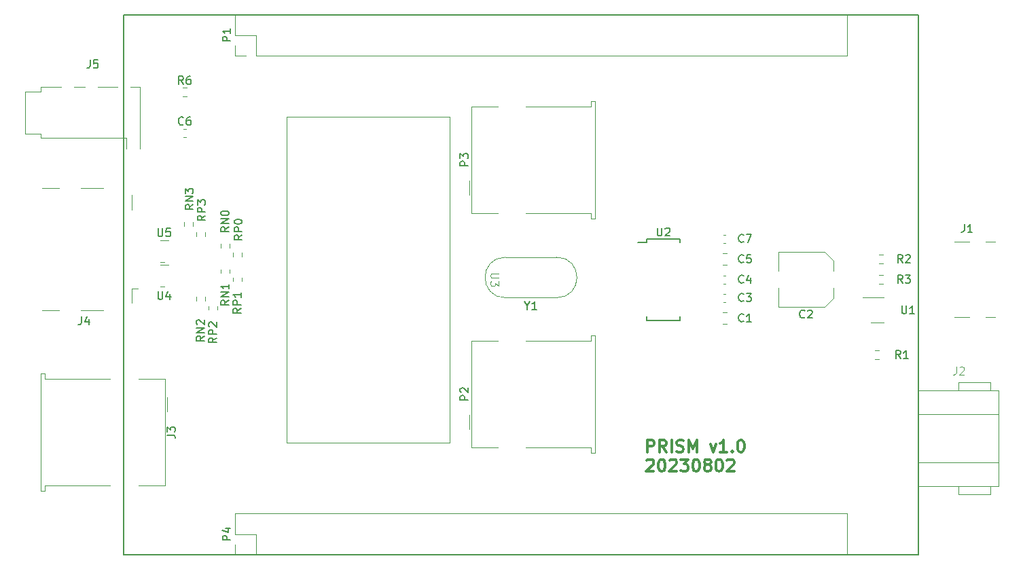
<source format=gbr>
%TF.GenerationSoftware,KiCad,Pcbnew,7.0.6*%
%TF.CreationDate,2023-08-02T21:58:42+08:00*%
%TF.ProjectId,Adapter,41646170-7465-4722-9e6b-696361645f70,rev?*%
%TF.SameCoordinates,Original*%
%TF.FileFunction,Legend,Top*%
%TF.FilePolarity,Positive*%
%FSLAX46Y46*%
G04 Gerber Fmt 4.6, Leading zero omitted, Abs format (unit mm)*
G04 Created by KiCad (PCBNEW 7.0.6) date 2023-08-02 21:58:42*
%MOMM*%
%LPD*%
G01*
G04 APERTURE LIST*
%ADD10C,0.300000*%
%ADD11C,0.200000*%
%ADD12C,0.150000*%
%ADD13C,0.100000*%
%ADD14C,0.120000*%
G04 APERTURE END LIST*
D10*
X166924510Y-130735828D02*
X166924510Y-129235828D01*
X166924510Y-129235828D02*
X167495939Y-129235828D01*
X167495939Y-129235828D02*
X167638796Y-129307257D01*
X167638796Y-129307257D02*
X167710225Y-129378685D01*
X167710225Y-129378685D02*
X167781653Y-129521542D01*
X167781653Y-129521542D02*
X167781653Y-129735828D01*
X167781653Y-129735828D02*
X167710225Y-129878685D01*
X167710225Y-129878685D02*
X167638796Y-129950114D01*
X167638796Y-129950114D02*
X167495939Y-130021542D01*
X167495939Y-130021542D02*
X166924510Y-130021542D01*
X169281653Y-130735828D02*
X168781653Y-130021542D01*
X168424510Y-130735828D02*
X168424510Y-129235828D01*
X168424510Y-129235828D02*
X168995939Y-129235828D01*
X168995939Y-129235828D02*
X169138796Y-129307257D01*
X169138796Y-129307257D02*
X169210225Y-129378685D01*
X169210225Y-129378685D02*
X169281653Y-129521542D01*
X169281653Y-129521542D02*
X169281653Y-129735828D01*
X169281653Y-129735828D02*
X169210225Y-129878685D01*
X169210225Y-129878685D02*
X169138796Y-129950114D01*
X169138796Y-129950114D02*
X168995939Y-130021542D01*
X168995939Y-130021542D02*
X168424510Y-130021542D01*
X169924510Y-130735828D02*
X169924510Y-129235828D01*
X170567368Y-130664400D02*
X170781654Y-130735828D01*
X170781654Y-130735828D02*
X171138796Y-130735828D01*
X171138796Y-130735828D02*
X171281654Y-130664400D01*
X171281654Y-130664400D02*
X171353082Y-130592971D01*
X171353082Y-130592971D02*
X171424511Y-130450114D01*
X171424511Y-130450114D02*
X171424511Y-130307257D01*
X171424511Y-130307257D02*
X171353082Y-130164400D01*
X171353082Y-130164400D02*
X171281654Y-130092971D01*
X171281654Y-130092971D02*
X171138796Y-130021542D01*
X171138796Y-130021542D02*
X170853082Y-129950114D01*
X170853082Y-129950114D02*
X170710225Y-129878685D01*
X170710225Y-129878685D02*
X170638796Y-129807257D01*
X170638796Y-129807257D02*
X170567368Y-129664400D01*
X170567368Y-129664400D02*
X170567368Y-129521542D01*
X170567368Y-129521542D02*
X170638796Y-129378685D01*
X170638796Y-129378685D02*
X170710225Y-129307257D01*
X170710225Y-129307257D02*
X170853082Y-129235828D01*
X170853082Y-129235828D02*
X171210225Y-129235828D01*
X171210225Y-129235828D02*
X171424511Y-129307257D01*
X172067367Y-130735828D02*
X172067367Y-129235828D01*
X172067367Y-129235828D02*
X172567367Y-130307257D01*
X172567367Y-130307257D02*
X173067367Y-129235828D01*
X173067367Y-129235828D02*
X173067367Y-130735828D01*
X174781653Y-129735828D02*
X175138796Y-130735828D01*
X175138796Y-130735828D02*
X175495939Y-129735828D01*
X176853082Y-130735828D02*
X175995939Y-130735828D01*
X176424510Y-130735828D02*
X176424510Y-129235828D01*
X176424510Y-129235828D02*
X176281653Y-129450114D01*
X176281653Y-129450114D02*
X176138796Y-129592971D01*
X176138796Y-129592971D02*
X175995939Y-129664400D01*
X177495938Y-130592971D02*
X177567367Y-130664400D01*
X177567367Y-130664400D02*
X177495938Y-130735828D01*
X177495938Y-130735828D02*
X177424510Y-130664400D01*
X177424510Y-130664400D02*
X177495938Y-130592971D01*
X177495938Y-130592971D02*
X177495938Y-130735828D01*
X178495939Y-129235828D02*
X178638796Y-129235828D01*
X178638796Y-129235828D02*
X178781653Y-129307257D01*
X178781653Y-129307257D02*
X178853082Y-129378685D01*
X178853082Y-129378685D02*
X178924510Y-129521542D01*
X178924510Y-129521542D02*
X178995939Y-129807257D01*
X178995939Y-129807257D02*
X178995939Y-130164400D01*
X178995939Y-130164400D02*
X178924510Y-130450114D01*
X178924510Y-130450114D02*
X178853082Y-130592971D01*
X178853082Y-130592971D02*
X178781653Y-130664400D01*
X178781653Y-130664400D02*
X178638796Y-130735828D01*
X178638796Y-130735828D02*
X178495939Y-130735828D01*
X178495939Y-130735828D02*
X178353082Y-130664400D01*
X178353082Y-130664400D02*
X178281653Y-130592971D01*
X178281653Y-130592971D02*
X178210224Y-130450114D01*
X178210224Y-130450114D02*
X178138796Y-130164400D01*
X178138796Y-130164400D02*
X178138796Y-129807257D01*
X178138796Y-129807257D02*
X178210224Y-129521542D01*
X178210224Y-129521542D02*
X178281653Y-129378685D01*
X178281653Y-129378685D02*
X178353082Y-129307257D01*
X178353082Y-129307257D02*
X178495939Y-129235828D01*
X166853082Y-131793685D02*
X166924510Y-131722257D01*
X166924510Y-131722257D02*
X167067368Y-131650828D01*
X167067368Y-131650828D02*
X167424510Y-131650828D01*
X167424510Y-131650828D02*
X167567368Y-131722257D01*
X167567368Y-131722257D02*
X167638796Y-131793685D01*
X167638796Y-131793685D02*
X167710225Y-131936542D01*
X167710225Y-131936542D02*
X167710225Y-132079400D01*
X167710225Y-132079400D02*
X167638796Y-132293685D01*
X167638796Y-132293685D02*
X166781653Y-133150828D01*
X166781653Y-133150828D02*
X167710225Y-133150828D01*
X168638796Y-131650828D02*
X168781653Y-131650828D01*
X168781653Y-131650828D02*
X168924510Y-131722257D01*
X168924510Y-131722257D02*
X168995939Y-131793685D01*
X168995939Y-131793685D02*
X169067367Y-131936542D01*
X169067367Y-131936542D02*
X169138796Y-132222257D01*
X169138796Y-132222257D02*
X169138796Y-132579400D01*
X169138796Y-132579400D02*
X169067367Y-132865114D01*
X169067367Y-132865114D02*
X168995939Y-133007971D01*
X168995939Y-133007971D02*
X168924510Y-133079400D01*
X168924510Y-133079400D02*
X168781653Y-133150828D01*
X168781653Y-133150828D02*
X168638796Y-133150828D01*
X168638796Y-133150828D02*
X168495939Y-133079400D01*
X168495939Y-133079400D02*
X168424510Y-133007971D01*
X168424510Y-133007971D02*
X168353081Y-132865114D01*
X168353081Y-132865114D02*
X168281653Y-132579400D01*
X168281653Y-132579400D02*
X168281653Y-132222257D01*
X168281653Y-132222257D02*
X168353081Y-131936542D01*
X168353081Y-131936542D02*
X168424510Y-131793685D01*
X168424510Y-131793685D02*
X168495939Y-131722257D01*
X168495939Y-131722257D02*
X168638796Y-131650828D01*
X169710224Y-131793685D02*
X169781652Y-131722257D01*
X169781652Y-131722257D02*
X169924510Y-131650828D01*
X169924510Y-131650828D02*
X170281652Y-131650828D01*
X170281652Y-131650828D02*
X170424510Y-131722257D01*
X170424510Y-131722257D02*
X170495938Y-131793685D01*
X170495938Y-131793685D02*
X170567367Y-131936542D01*
X170567367Y-131936542D02*
X170567367Y-132079400D01*
X170567367Y-132079400D02*
X170495938Y-132293685D01*
X170495938Y-132293685D02*
X169638795Y-133150828D01*
X169638795Y-133150828D02*
X170567367Y-133150828D01*
X171067366Y-131650828D02*
X171995938Y-131650828D01*
X171995938Y-131650828D02*
X171495938Y-132222257D01*
X171495938Y-132222257D02*
X171710223Y-132222257D01*
X171710223Y-132222257D02*
X171853081Y-132293685D01*
X171853081Y-132293685D02*
X171924509Y-132365114D01*
X171924509Y-132365114D02*
X171995938Y-132507971D01*
X171995938Y-132507971D02*
X171995938Y-132865114D01*
X171995938Y-132865114D02*
X171924509Y-133007971D01*
X171924509Y-133007971D02*
X171853081Y-133079400D01*
X171853081Y-133079400D02*
X171710223Y-133150828D01*
X171710223Y-133150828D02*
X171281652Y-133150828D01*
X171281652Y-133150828D02*
X171138795Y-133079400D01*
X171138795Y-133079400D02*
X171067366Y-133007971D01*
X172924509Y-131650828D02*
X173067366Y-131650828D01*
X173067366Y-131650828D02*
X173210223Y-131722257D01*
X173210223Y-131722257D02*
X173281652Y-131793685D01*
X173281652Y-131793685D02*
X173353080Y-131936542D01*
X173353080Y-131936542D02*
X173424509Y-132222257D01*
X173424509Y-132222257D02*
X173424509Y-132579400D01*
X173424509Y-132579400D02*
X173353080Y-132865114D01*
X173353080Y-132865114D02*
X173281652Y-133007971D01*
X173281652Y-133007971D02*
X173210223Y-133079400D01*
X173210223Y-133079400D02*
X173067366Y-133150828D01*
X173067366Y-133150828D02*
X172924509Y-133150828D01*
X172924509Y-133150828D02*
X172781652Y-133079400D01*
X172781652Y-133079400D02*
X172710223Y-133007971D01*
X172710223Y-133007971D02*
X172638794Y-132865114D01*
X172638794Y-132865114D02*
X172567366Y-132579400D01*
X172567366Y-132579400D02*
X172567366Y-132222257D01*
X172567366Y-132222257D02*
X172638794Y-131936542D01*
X172638794Y-131936542D02*
X172710223Y-131793685D01*
X172710223Y-131793685D02*
X172781652Y-131722257D01*
X172781652Y-131722257D02*
X172924509Y-131650828D01*
X174281651Y-132293685D02*
X174138794Y-132222257D01*
X174138794Y-132222257D02*
X174067365Y-132150828D01*
X174067365Y-132150828D02*
X173995937Y-132007971D01*
X173995937Y-132007971D02*
X173995937Y-131936542D01*
X173995937Y-131936542D02*
X174067365Y-131793685D01*
X174067365Y-131793685D02*
X174138794Y-131722257D01*
X174138794Y-131722257D02*
X174281651Y-131650828D01*
X174281651Y-131650828D02*
X174567365Y-131650828D01*
X174567365Y-131650828D02*
X174710223Y-131722257D01*
X174710223Y-131722257D02*
X174781651Y-131793685D01*
X174781651Y-131793685D02*
X174853080Y-131936542D01*
X174853080Y-131936542D02*
X174853080Y-132007971D01*
X174853080Y-132007971D02*
X174781651Y-132150828D01*
X174781651Y-132150828D02*
X174710223Y-132222257D01*
X174710223Y-132222257D02*
X174567365Y-132293685D01*
X174567365Y-132293685D02*
X174281651Y-132293685D01*
X174281651Y-132293685D02*
X174138794Y-132365114D01*
X174138794Y-132365114D02*
X174067365Y-132436542D01*
X174067365Y-132436542D02*
X173995937Y-132579400D01*
X173995937Y-132579400D02*
X173995937Y-132865114D01*
X173995937Y-132865114D02*
X174067365Y-133007971D01*
X174067365Y-133007971D02*
X174138794Y-133079400D01*
X174138794Y-133079400D02*
X174281651Y-133150828D01*
X174281651Y-133150828D02*
X174567365Y-133150828D01*
X174567365Y-133150828D02*
X174710223Y-133079400D01*
X174710223Y-133079400D02*
X174781651Y-133007971D01*
X174781651Y-133007971D02*
X174853080Y-132865114D01*
X174853080Y-132865114D02*
X174853080Y-132579400D01*
X174853080Y-132579400D02*
X174781651Y-132436542D01*
X174781651Y-132436542D02*
X174710223Y-132365114D01*
X174710223Y-132365114D02*
X174567365Y-132293685D01*
X175781651Y-131650828D02*
X175924508Y-131650828D01*
X175924508Y-131650828D02*
X176067365Y-131722257D01*
X176067365Y-131722257D02*
X176138794Y-131793685D01*
X176138794Y-131793685D02*
X176210222Y-131936542D01*
X176210222Y-131936542D02*
X176281651Y-132222257D01*
X176281651Y-132222257D02*
X176281651Y-132579400D01*
X176281651Y-132579400D02*
X176210222Y-132865114D01*
X176210222Y-132865114D02*
X176138794Y-133007971D01*
X176138794Y-133007971D02*
X176067365Y-133079400D01*
X176067365Y-133079400D02*
X175924508Y-133150828D01*
X175924508Y-133150828D02*
X175781651Y-133150828D01*
X175781651Y-133150828D02*
X175638794Y-133079400D01*
X175638794Y-133079400D02*
X175567365Y-133007971D01*
X175567365Y-133007971D02*
X175495936Y-132865114D01*
X175495936Y-132865114D02*
X175424508Y-132579400D01*
X175424508Y-132579400D02*
X175424508Y-132222257D01*
X175424508Y-132222257D02*
X175495936Y-131936542D01*
X175495936Y-131936542D02*
X175567365Y-131793685D01*
X175567365Y-131793685D02*
X175638794Y-131722257D01*
X175638794Y-131722257D02*
X175781651Y-131650828D01*
X176853079Y-131793685D02*
X176924507Y-131722257D01*
X176924507Y-131722257D02*
X177067365Y-131650828D01*
X177067365Y-131650828D02*
X177424507Y-131650828D01*
X177424507Y-131650828D02*
X177567365Y-131722257D01*
X177567365Y-131722257D02*
X177638793Y-131793685D01*
X177638793Y-131793685D02*
X177710222Y-131936542D01*
X177710222Y-131936542D02*
X177710222Y-132079400D01*
X177710222Y-132079400D02*
X177638793Y-132293685D01*
X177638793Y-132293685D02*
X176781650Y-133150828D01*
X176781650Y-133150828D02*
X177710222Y-133150828D01*
D11*
X101600000Y-76200000D02*
X200660000Y-76200000D01*
X200660000Y-143510000D01*
X101600000Y-143510000D01*
X101600000Y-76200000D01*
D12*
X114964819Y-79478094D02*
X113964819Y-79478094D01*
X113964819Y-79478094D02*
X113964819Y-79097142D01*
X113964819Y-79097142D02*
X114012438Y-79001904D01*
X114012438Y-79001904D02*
X114060057Y-78954285D01*
X114060057Y-78954285D02*
X114155295Y-78906666D01*
X114155295Y-78906666D02*
X114298152Y-78906666D01*
X114298152Y-78906666D02*
X114393390Y-78954285D01*
X114393390Y-78954285D02*
X114441009Y-79001904D01*
X114441009Y-79001904D02*
X114488628Y-79097142D01*
X114488628Y-79097142D02*
X114488628Y-79478094D01*
X114964819Y-77954285D02*
X114964819Y-78525713D01*
X114964819Y-78239999D02*
X113964819Y-78239999D01*
X113964819Y-78239999D02*
X114107676Y-78335237D01*
X114107676Y-78335237D02*
X114202914Y-78430475D01*
X114202914Y-78430475D02*
X114250533Y-78525713D01*
X114964819Y-141708094D02*
X113964819Y-141708094D01*
X113964819Y-141708094D02*
X113964819Y-141327142D01*
X113964819Y-141327142D02*
X114012438Y-141231904D01*
X114012438Y-141231904D02*
X114060057Y-141184285D01*
X114060057Y-141184285D02*
X114155295Y-141136666D01*
X114155295Y-141136666D02*
X114298152Y-141136666D01*
X114298152Y-141136666D02*
X114393390Y-141184285D01*
X114393390Y-141184285D02*
X114441009Y-141231904D01*
X114441009Y-141231904D02*
X114488628Y-141327142D01*
X114488628Y-141327142D02*
X114488628Y-141708094D01*
X114298152Y-140279523D02*
X114964819Y-140279523D01*
X113917200Y-140517618D02*
X114631485Y-140755713D01*
X114631485Y-140755713D02*
X114631485Y-140136666D01*
X198715333Y-109674819D02*
X198382000Y-109198628D01*
X198143905Y-109674819D02*
X198143905Y-108674819D01*
X198143905Y-108674819D02*
X198524857Y-108674819D01*
X198524857Y-108674819D02*
X198620095Y-108722438D01*
X198620095Y-108722438D02*
X198667714Y-108770057D01*
X198667714Y-108770057D02*
X198715333Y-108865295D01*
X198715333Y-108865295D02*
X198715333Y-109008152D01*
X198715333Y-109008152D02*
X198667714Y-109103390D01*
X198667714Y-109103390D02*
X198620095Y-109151009D01*
X198620095Y-109151009D02*
X198524857Y-109198628D01*
X198524857Y-109198628D02*
X198143905Y-109198628D01*
X199048667Y-108674819D02*
X199667714Y-108674819D01*
X199667714Y-108674819D02*
X199334381Y-109055771D01*
X199334381Y-109055771D02*
X199477238Y-109055771D01*
X199477238Y-109055771D02*
X199572476Y-109103390D01*
X199572476Y-109103390D02*
X199620095Y-109151009D01*
X199620095Y-109151009D02*
X199667714Y-109246247D01*
X199667714Y-109246247D02*
X199667714Y-109484342D01*
X199667714Y-109484342D02*
X199620095Y-109579580D01*
X199620095Y-109579580D02*
X199572476Y-109627200D01*
X199572476Y-109627200D02*
X199477238Y-109674819D01*
X199477238Y-109674819D02*
X199191524Y-109674819D01*
X199191524Y-109674819D02*
X199096286Y-109627200D01*
X199096286Y-109627200D02*
X199048667Y-109579580D01*
X206422666Y-102324819D02*
X206422666Y-103039104D01*
X206422666Y-103039104D02*
X206375047Y-103181961D01*
X206375047Y-103181961D02*
X206279809Y-103277200D01*
X206279809Y-103277200D02*
X206136952Y-103324819D01*
X206136952Y-103324819D02*
X206041714Y-103324819D01*
X207422666Y-103324819D02*
X206851238Y-103324819D01*
X207136952Y-103324819D02*
X207136952Y-102324819D01*
X207136952Y-102324819D02*
X207041714Y-102467676D01*
X207041714Y-102467676D02*
X206946476Y-102562914D01*
X206946476Y-102562914D02*
X206851238Y-102610533D01*
X186523333Y-113929580D02*
X186475714Y-113977200D01*
X186475714Y-113977200D02*
X186332857Y-114024819D01*
X186332857Y-114024819D02*
X186237619Y-114024819D01*
X186237619Y-114024819D02*
X186094762Y-113977200D01*
X186094762Y-113977200D02*
X185999524Y-113881961D01*
X185999524Y-113881961D02*
X185951905Y-113786723D01*
X185951905Y-113786723D02*
X185904286Y-113596247D01*
X185904286Y-113596247D02*
X185904286Y-113453390D01*
X185904286Y-113453390D02*
X185951905Y-113262914D01*
X185951905Y-113262914D02*
X185999524Y-113167676D01*
X185999524Y-113167676D02*
X186094762Y-113072438D01*
X186094762Y-113072438D02*
X186237619Y-113024819D01*
X186237619Y-113024819D02*
X186332857Y-113024819D01*
X186332857Y-113024819D02*
X186475714Y-113072438D01*
X186475714Y-113072438D02*
X186523333Y-113120057D01*
X186904286Y-113120057D02*
X186951905Y-113072438D01*
X186951905Y-113072438D02*
X187047143Y-113024819D01*
X187047143Y-113024819D02*
X187285238Y-113024819D01*
X187285238Y-113024819D02*
X187380476Y-113072438D01*
X187380476Y-113072438D02*
X187428095Y-113120057D01*
X187428095Y-113120057D02*
X187475714Y-113215295D01*
X187475714Y-113215295D02*
X187475714Y-113310533D01*
X187475714Y-113310533D02*
X187428095Y-113453390D01*
X187428095Y-113453390D02*
X186856667Y-114024819D01*
X186856667Y-114024819D02*
X187475714Y-114024819D01*
X111833819Y-101250666D02*
X111357628Y-101583999D01*
X111833819Y-101822094D02*
X110833819Y-101822094D01*
X110833819Y-101822094D02*
X110833819Y-101441142D01*
X110833819Y-101441142D02*
X110881438Y-101345904D01*
X110881438Y-101345904D02*
X110929057Y-101298285D01*
X110929057Y-101298285D02*
X111024295Y-101250666D01*
X111024295Y-101250666D02*
X111167152Y-101250666D01*
X111167152Y-101250666D02*
X111262390Y-101298285D01*
X111262390Y-101298285D02*
X111310009Y-101345904D01*
X111310009Y-101345904D02*
X111357628Y-101441142D01*
X111357628Y-101441142D02*
X111357628Y-101822094D01*
X111833819Y-100822094D02*
X110833819Y-100822094D01*
X110833819Y-100822094D02*
X110833819Y-100441142D01*
X110833819Y-100441142D02*
X110881438Y-100345904D01*
X110881438Y-100345904D02*
X110929057Y-100298285D01*
X110929057Y-100298285D02*
X111024295Y-100250666D01*
X111024295Y-100250666D02*
X111167152Y-100250666D01*
X111167152Y-100250666D02*
X111262390Y-100298285D01*
X111262390Y-100298285D02*
X111310009Y-100345904D01*
X111310009Y-100345904D02*
X111357628Y-100441142D01*
X111357628Y-100441142D02*
X111357628Y-100822094D01*
X110833819Y-99917332D02*
X110833819Y-99298285D01*
X110833819Y-99298285D02*
X111214771Y-99631618D01*
X111214771Y-99631618D02*
X111214771Y-99488761D01*
X111214771Y-99488761D02*
X111262390Y-99393523D01*
X111262390Y-99393523D02*
X111310009Y-99345904D01*
X111310009Y-99345904D02*
X111405247Y-99298285D01*
X111405247Y-99298285D02*
X111643342Y-99298285D01*
X111643342Y-99298285D02*
X111738580Y-99345904D01*
X111738580Y-99345904D02*
X111786200Y-99393523D01*
X111786200Y-99393523D02*
X111833819Y-99488761D01*
X111833819Y-99488761D02*
X111833819Y-99774475D01*
X111833819Y-99774475D02*
X111786200Y-99869713D01*
X111786200Y-99869713D02*
X111738580Y-99917332D01*
X105918095Y-110706819D02*
X105918095Y-111516342D01*
X105918095Y-111516342D02*
X105965714Y-111611580D01*
X105965714Y-111611580D02*
X106013333Y-111659200D01*
X106013333Y-111659200D02*
X106108571Y-111706819D01*
X106108571Y-111706819D02*
X106299047Y-111706819D01*
X106299047Y-111706819D02*
X106394285Y-111659200D01*
X106394285Y-111659200D02*
X106441904Y-111611580D01*
X106441904Y-111611580D02*
X106489523Y-111516342D01*
X106489523Y-111516342D02*
X106489523Y-110706819D01*
X107394285Y-111040152D02*
X107394285Y-111706819D01*
X107156190Y-110659200D02*
X106918095Y-111373485D01*
X106918095Y-111373485D02*
X107537142Y-111373485D01*
X107064819Y-128603333D02*
X107779104Y-128603333D01*
X107779104Y-128603333D02*
X107921961Y-128650952D01*
X107921961Y-128650952D02*
X108017200Y-128746190D01*
X108017200Y-128746190D02*
X108064819Y-128889047D01*
X108064819Y-128889047D02*
X108064819Y-128984285D01*
X107064819Y-128222380D02*
X107064819Y-127603333D01*
X107064819Y-127603333D02*
X107445771Y-127936666D01*
X107445771Y-127936666D02*
X107445771Y-127793809D01*
X107445771Y-127793809D02*
X107493390Y-127698571D01*
X107493390Y-127698571D02*
X107541009Y-127650952D01*
X107541009Y-127650952D02*
X107636247Y-127603333D01*
X107636247Y-127603333D02*
X107874342Y-127603333D01*
X107874342Y-127603333D02*
X107969580Y-127650952D01*
X107969580Y-127650952D02*
X108017200Y-127698571D01*
X108017200Y-127698571D02*
X108064819Y-127793809D01*
X108064819Y-127793809D02*
X108064819Y-128079523D01*
X108064819Y-128079523D02*
X108017200Y-128174761D01*
X108017200Y-128174761D02*
X107969580Y-128222380D01*
X198461333Y-119072819D02*
X198128000Y-118596628D01*
X197889905Y-119072819D02*
X197889905Y-118072819D01*
X197889905Y-118072819D02*
X198270857Y-118072819D01*
X198270857Y-118072819D02*
X198366095Y-118120438D01*
X198366095Y-118120438D02*
X198413714Y-118168057D01*
X198413714Y-118168057D02*
X198461333Y-118263295D01*
X198461333Y-118263295D02*
X198461333Y-118406152D01*
X198461333Y-118406152D02*
X198413714Y-118501390D01*
X198413714Y-118501390D02*
X198366095Y-118549009D01*
X198366095Y-118549009D02*
X198270857Y-118596628D01*
X198270857Y-118596628D02*
X197889905Y-118596628D01*
X199413714Y-119072819D02*
X198842286Y-119072819D01*
X199128000Y-119072819D02*
X199128000Y-118072819D01*
X199128000Y-118072819D02*
X199032762Y-118215676D01*
X199032762Y-118215676D02*
X198937524Y-118310914D01*
X198937524Y-118310914D02*
X198842286Y-118358533D01*
D13*
X148362580Y-108458095D02*
X147553057Y-108458095D01*
X147553057Y-108458095D02*
X147457819Y-108505714D01*
X147457819Y-108505714D02*
X147410200Y-108553333D01*
X147410200Y-108553333D02*
X147362580Y-108648571D01*
X147362580Y-108648571D02*
X147362580Y-108839047D01*
X147362580Y-108839047D02*
X147410200Y-108934285D01*
X147410200Y-108934285D02*
X147457819Y-108981904D01*
X147457819Y-108981904D02*
X147553057Y-109029523D01*
X147553057Y-109029523D02*
X148362580Y-109029523D01*
X148362580Y-109410476D02*
X148362580Y-110029523D01*
X148362580Y-110029523D02*
X147981628Y-109696190D01*
X147981628Y-109696190D02*
X147981628Y-109839047D01*
X147981628Y-109839047D02*
X147934009Y-109934285D01*
X147934009Y-109934285D02*
X147886390Y-109981904D01*
X147886390Y-109981904D02*
X147791152Y-110029523D01*
X147791152Y-110029523D02*
X147553057Y-110029523D01*
X147553057Y-110029523D02*
X147457819Y-109981904D01*
X147457819Y-109981904D02*
X147410200Y-109934285D01*
X147410200Y-109934285D02*
X147362580Y-109839047D01*
X147362580Y-109839047D02*
X147362580Y-109553333D01*
X147362580Y-109553333D02*
X147410200Y-109458095D01*
X147410200Y-109458095D02*
X147457819Y-109410476D01*
D12*
X114754819Y-102671476D02*
X114278628Y-103004809D01*
X114754819Y-103242904D02*
X113754819Y-103242904D01*
X113754819Y-103242904D02*
X113754819Y-102861952D01*
X113754819Y-102861952D02*
X113802438Y-102766714D01*
X113802438Y-102766714D02*
X113850057Y-102719095D01*
X113850057Y-102719095D02*
X113945295Y-102671476D01*
X113945295Y-102671476D02*
X114088152Y-102671476D01*
X114088152Y-102671476D02*
X114183390Y-102719095D01*
X114183390Y-102719095D02*
X114231009Y-102766714D01*
X114231009Y-102766714D02*
X114278628Y-102861952D01*
X114278628Y-102861952D02*
X114278628Y-103242904D01*
X114754819Y-102242904D02*
X113754819Y-102242904D01*
X113754819Y-102242904D02*
X114754819Y-101671476D01*
X114754819Y-101671476D02*
X113754819Y-101671476D01*
X113754819Y-101004809D02*
X113754819Y-100909571D01*
X113754819Y-100909571D02*
X113802438Y-100814333D01*
X113802438Y-100814333D02*
X113850057Y-100766714D01*
X113850057Y-100766714D02*
X113945295Y-100719095D01*
X113945295Y-100719095D02*
X114135771Y-100671476D01*
X114135771Y-100671476D02*
X114373866Y-100671476D01*
X114373866Y-100671476D02*
X114564342Y-100719095D01*
X114564342Y-100719095D02*
X114659580Y-100766714D01*
X114659580Y-100766714D02*
X114707200Y-100814333D01*
X114707200Y-100814333D02*
X114754819Y-100909571D01*
X114754819Y-100909571D02*
X114754819Y-101004809D01*
X114754819Y-101004809D02*
X114707200Y-101100047D01*
X114707200Y-101100047D02*
X114659580Y-101147666D01*
X114659580Y-101147666D02*
X114564342Y-101195285D01*
X114564342Y-101195285D02*
X114373866Y-101242904D01*
X114373866Y-101242904D02*
X114135771Y-101242904D01*
X114135771Y-101242904D02*
X113945295Y-101195285D01*
X113945295Y-101195285D02*
X113850057Y-101147666D01*
X113850057Y-101147666D02*
X113802438Y-101100047D01*
X113802438Y-101100047D02*
X113754819Y-101004809D01*
X113230819Y-116490666D02*
X112754628Y-116823999D01*
X113230819Y-117062094D02*
X112230819Y-117062094D01*
X112230819Y-117062094D02*
X112230819Y-116681142D01*
X112230819Y-116681142D02*
X112278438Y-116585904D01*
X112278438Y-116585904D02*
X112326057Y-116538285D01*
X112326057Y-116538285D02*
X112421295Y-116490666D01*
X112421295Y-116490666D02*
X112564152Y-116490666D01*
X112564152Y-116490666D02*
X112659390Y-116538285D01*
X112659390Y-116538285D02*
X112707009Y-116585904D01*
X112707009Y-116585904D02*
X112754628Y-116681142D01*
X112754628Y-116681142D02*
X112754628Y-117062094D01*
X113230819Y-116062094D02*
X112230819Y-116062094D01*
X112230819Y-116062094D02*
X112230819Y-115681142D01*
X112230819Y-115681142D02*
X112278438Y-115585904D01*
X112278438Y-115585904D02*
X112326057Y-115538285D01*
X112326057Y-115538285D02*
X112421295Y-115490666D01*
X112421295Y-115490666D02*
X112564152Y-115490666D01*
X112564152Y-115490666D02*
X112659390Y-115538285D01*
X112659390Y-115538285D02*
X112707009Y-115585904D01*
X112707009Y-115585904D02*
X112754628Y-115681142D01*
X112754628Y-115681142D02*
X112754628Y-116062094D01*
X112326057Y-115109713D02*
X112278438Y-115062094D01*
X112278438Y-115062094D02*
X112230819Y-114966856D01*
X112230819Y-114966856D02*
X112230819Y-114728761D01*
X112230819Y-114728761D02*
X112278438Y-114633523D01*
X112278438Y-114633523D02*
X112326057Y-114585904D01*
X112326057Y-114585904D02*
X112421295Y-114538285D01*
X112421295Y-114538285D02*
X112516533Y-114538285D01*
X112516533Y-114538285D02*
X112659390Y-114585904D01*
X112659390Y-114585904D02*
X113230819Y-115157332D01*
X113230819Y-115157332D02*
X113230819Y-114538285D01*
X178903333Y-107039580D02*
X178855714Y-107087200D01*
X178855714Y-107087200D02*
X178712857Y-107134819D01*
X178712857Y-107134819D02*
X178617619Y-107134819D01*
X178617619Y-107134819D02*
X178474762Y-107087200D01*
X178474762Y-107087200D02*
X178379524Y-106991961D01*
X178379524Y-106991961D02*
X178331905Y-106896723D01*
X178331905Y-106896723D02*
X178284286Y-106706247D01*
X178284286Y-106706247D02*
X178284286Y-106563390D01*
X178284286Y-106563390D02*
X178331905Y-106372914D01*
X178331905Y-106372914D02*
X178379524Y-106277676D01*
X178379524Y-106277676D02*
X178474762Y-106182438D01*
X178474762Y-106182438D02*
X178617619Y-106134819D01*
X178617619Y-106134819D02*
X178712857Y-106134819D01*
X178712857Y-106134819D02*
X178855714Y-106182438D01*
X178855714Y-106182438D02*
X178903333Y-106230057D01*
X179808095Y-106134819D02*
X179331905Y-106134819D01*
X179331905Y-106134819D02*
X179284286Y-106611009D01*
X179284286Y-106611009D02*
X179331905Y-106563390D01*
X179331905Y-106563390D02*
X179427143Y-106515771D01*
X179427143Y-106515771D02*
X179665238Y-106515771D01*
X179665238Y-106515771D02*
X179760476Y-106563390D01*
X179760476Y-106563390D02*
X179808095Y-106611009D01*
X179808095Y-106611009D02*
X179855714Y-106706247D01*
X179855714Y-106706247D02*
X179855714Y-106944342D01*
X179855714Y-106944342D02*
X179808095Y-107039580D01*
X179808095Y-107039580D02*
X179760476Y-107087200D01*
X179760476Y-107087200D02*
X179665238Y-107134819D01*
X179665238Y-107134819D02*
X179427143Y-107134819D01*
X179427143Y-107134819D02*
X179331905Y-107087200D01*
X179331905Y-107087200D02*
X179284286Y-107039580D01*
X151933809Y-112469628D02*
X151933809Y-112945819D01*
X151600476Y-111945819D02*
X151933809Y-112469628D01*
X151933809Y-112469628D02*
X152267142Y-111945819D01*
X153124285Y-112945819D02*
X152552857Y-112945819D01*
X152838571Y-112945819D02*
X152838571Y-111945819D01*
X152838571Y-111945819D02*
X152743333Y-112088676D01*
X152743333Y-112088676D02*
X152648095Y-112183914D01*
X152648095Y-112183914D02*
X152552857Y-112231533D01*
X109083333Y-89861580D02*
X109035714Y-89909200D01*
X109035714Y-89909200D02*
X108892857Y-89956819D01*
X108892857Y-89956819D02*
X108797619Y-89956819D01*
X108797619Y-89956819D02*
X108654762Y-89909200D01*
X108654762Y-89909200D02*
X108559524Y-89813961D01*
X108559524Y-89813961D02*
X108511905Y-89718723D01*
X108511905Y-89718723D02*
X108464286Y-89528247D01*
X108464286Y-89528247D02*
X108464286Y-89385390D01*
X108464286Y-89385390D02*
X108511905Y-89194914D01*
X108511905Y-89194914D02*
X108559524Y-89099676D01*
X108559524Y-89099676D02*
X108654762Y-89004438D01*
X108654762Y-89004438D02*
X108797619Y-88956819D01*
X108797619Y-88956819D02*
X108892857Y-88956819D01*
X108892857Y-88956819D02*
X109035714Y-89004438D01*
X109035714Y-89004438D02*
X109083333Y-89052057D01*
X109940476Y-88956819D02*
X109750000Y-88956819D01*
X109750000Y-88956819D02*
X109654762Y-89004438D01*
X109654762Y-89004438D02*
X109607143Y-89052057D01*
X109607143Y-89052057D02*
X109511905Y-89194914D01*
X109511905Y-89194914D02*
X109464286Y-89385390D01*
X109464286Y-89385390D02*
X109464286Y-89766342D01*
X109464286Y-89766342D02*
X109511905Y-89861580D01*
X109511905Y-89861580D02*
X109559524Y-89909200D01*
X109559524Y-89909200D02*
X109654762Y-89956819D01*
X109654762Y-89956819D02*
X109845238Y-89956819D01*
X109845238Y-89956819D02*
X109940476Y-89909200D01*
X109940476Y-89909200D02*
X109988095Y-89861580D01*
X109988095Y-89861580D02*
X110035714Y-89766342D01*
X110035714Y-89766342D02*
X110035714Y-89528247D01*
X110035714Y-89528247D02*
X109988095Y-89433009D01*
X109988095Y-89433009D02*
X109940476Y-89385390D01*
X109940476Y-89385390D02*
X109845238Y-89337771D01*
X109845238Y-89337771D02*
X109654762Y-89337771D01*
X109654762Y-89337771D02*
X109559524Y-89385390D01*
X109559524Y-89385390D02*
X109511905Y-89433009D01*
X109511905Y-89433009D02*
X109464286Y-89528247D01*
X178903333Y-114405580D02*
X178855714Y-114453200D01*
X178855714Y-114453200D02*
X178712857Y-114500819D01*
X178712857Y-114500819D02*
X178617619Y-114500819D01*
X178617619Y-114500819D02*
X178474762Y-114453200D01*
X178474762Y-114453200D02*
X178379524Y-114357961D01*
X178379524Y-114357961D02*
X178331905Y-114262723D01*
X178331905Y-114262723D02*
X178284286Y-114072247D01*
X178284286Y-114072247D02*
X178284286Y-113929390D01*
X178284286Y-113929390D02*
X178331905Y-113738914D01*
X178331905Y-113738914D02*
X178379524Y-113643676D01*
X178379524Y-113643676D02*
X178474762Y-113548438D01*
X178474762Y-113548438D02*
X178617619Y-113500819D01*
X178617619Y-113500819D02*
X178712857Y-113500819D01*
X178712857Y-113500819D02*
X178855714Y-113548438D01*
X178855714Y-113548438D02*
X178903333Y-113596057D01*
X179855714Y-114500819D02*
X179284286Y-114500819D01*
X179570000Y-114500819D02*
X179570000Y-113500819D01*
X179570000Y-113500819D02*
X179474762Y-113643676D01*
X179474762Y-113643676D02*
X179379524Y-113738914D01*
X179379524Y-113738914D02*
X179284286Y-113786533D01*
D13*
X205406666Y-120107419D02*
X205406666Y-120821704D01*
X205406666Y-120821704D02*
X205359047Y-120964561D01*
X205359047Y-120964561D02*
X205263809Y-121059800D01*
X205263809Y-121059800D02*
X205120952Y-121107419D01*
X205120952Y-121107419D02*
X205025714Y-121107419D01*
X205835238Y-120202657D02*
X205882857Y-120155038D01*
X205882857Y-120155038D02*
X205978095Y-120107419D01*
X205978095Y-120107419D02*
X206216190Y-120107419D01*
X206216190Y-120107419D02*
X206311428Y-120155038D01*
X206311428Y-120155038D02*
X206359047Y-120202657D01*
X206359047Y-120202657D02*
X206406666Y-120297895D01*
X206406666Y-120297895D02*
X206406666Y-120393133D01*
X206406666Y-120393133D02*
X206359047Y-120535990D01*
X206359047Y-120535990D02*
X205787619Y-121107419D01*
X205787619Y-121107419D02*
X206406666Y-121107419D01*
D12*
X116278819Y-112807666D02*
X115802628Y-113140999D01*
X116278819Y-113379094D02*
X115278819Y-113379094D01*
X115278819Y-113379094D02*
X115278819Y-112998142D01*
X115278819Y-112998142D02*
X115326438Y-112902904D01*
X115326438Y-112902904D02*
X115374057Y-112855285D01*
X115374057Y-112855285D02*
X115469295Y-112807666D01*
X115469295Y-112807666D02*
X115612152Y-112807666D01*
X115612152Y-112807666D02*
X115707390Y-112855285D01*
X115707390Y-112855285D02*
X115755009Y-112902904D01*
X115755009Y-112902904D02*
X115802628Y-112998142D01*
X115802628Y-112998142D02*
X115802628Y-113379094D01*
X116278819Y-112379094D02*
X115278819Y-112379094D01*
X115278819Y-112379094D02*
X115278819Y-111998142D01*
X115278819Y-111998142D02*
X115326438Y-111902904D01*
X115326438Y-111902904D02*
X115374057Y-111855285D01*
X115374057Y-111855285D02*
X115469295Y-111807666D01*
X115469295Y-111807666D02*
X115612152Y-111807666D01*
X115612152Y-111807666D02*
X115707390Y-111855285D01*
X115707390Y-111855285D02*
X115755009Y-111902904D01*
X115755009Y-111902904D02*
X115802628Y-111998142D01*
X115802628Y-111998142D02*
X115802628Y-112379094D01*
X116278819Y-110855285D02*
X116278819Y-111426713D01*
X116278819Y-111140999D02*
X115278819Y-111140999D01*
X115278819Y-111140999D02*
X115421676Y-111236237D01*
X115421676Y-111236237D02*
X115516914Y-111331475D01*
X115516914Y-111331475D02*
X115564533Y-111426713D01*
X178903333Y-109579580D02*
X178855714Y-109627200D01*
X178855714Y-109627200D02*
X178712857Y-109674819D01*
X178712857Y-109674819D02*
X178617619Y-109674819D01*
X178617619Y-109674819D02*
X178474762Y-109627200D01*
X178474762Y-109627200D02*
X178379524Y-109531961D01*
X178379524Y-109531961D02*
X178331905Y-109436723D01*
X178331905Y-109436723D02*
X178284286Y-109246247D01*
X178284286Y-109246247D02*
X178284286Y-109103390D01*
X178284286Y-109103390D02*
X178331905Y-108912914D01*
X178331905Y-108912914D02*
X178379524Y-108817676D01*
X178379524Y-108817676D02*
X178474762Y-108722438D01*
X178474762Y-108722438D02*
X178617619Y-108674819D01*
X178617619Y-108674819D02*
X178712857Y-108674819D01*
X178712857Y-108674819D02*
X178855714Y-108722438D01*
X178855714Y-108722438D02*
X178903333Y-108770057D01*
X179760476Y-109008152D02*
X179760476Y-109674819D01*
X179522381Y-108627200D02*
X179284286Y-109341485D01*
X179284286Y-109341485D02*
X179903333Y-109341485D01*
X110309819Y-99877476D02*
X109833628Y-100210809D01*
X110309819Y-100448904D02*
X109309819Y-100448904D01*
X109309819Y-100448904D02*
X109309819Y-100067952D01*
X109309819Y-100067952D02*
X109357438Y-99972714D01*
X109357438Y-99972714D02*
X109405057Y-99925095D01*
X109405057Y-99925095D02*
X109500295Y-99877476D01*
X109500295Y-99877476D02*
X109643152Y-99877476D01*
X109643152Y-99877476D02*
X109738390Y-99925095D01*
X109738390Y-99925095D02*
X109786009Y-99972714D01*
X109786009Y-99972714D02*
X109833628Y-100067952D01*
X109833628Y-100067952D02*
X109833628Y-100448904D01*
X110309819Y-99448904D02*
X109309819Y-99448904D01*
X109309819Y-99448904D02*
X110309819Y-98877476D01*
X110309819Y-98877476D02*
X109309819Y-98877476D01*
X109309819Y-98496523D02*
X109309819Y-97877476D01*
X109309819Y-97877476D02*
X109690771Y-98210809D01*
X109690771Y-98210809D02*
X109690771Y-98067952D01*
X109690771Y-98067952D02*
X109738390Y-97972714D01*
X109738390Y-97972714D02*
X109786009Y-97925095D01*
X109786009Y-97925095D02*
X109881247Y-97877476D01*
X109881247Y-97877476D02*
X110119342Y-97877476D01*
X110119342Y-97877476D02*
X110214580Y-97925095D01*
X110214580Y-97925095D02*
X110262200Y-97972714D01*
X110262200Y-97972714D02*
X110309819Y-98067952D01*
X110309819Y-98067952D02*
X110309819Y-98353666D01*
X110309819Y-98353666D02*
X110262200Y-98448904D01*
X110262200Y-98448904D02*
X110214580Y-98496523D01*
X111706819Y-116260476D02*
X111230628Y-116593809D01*
X111706819Y-116831904D02*
X110706819Y-116831904D01*
X110706819Y-116831904D02*
X110706819Y-116450952D01*
X110706819Y-116450952D02*
X110754438Y-116355714D01*
X110754438Y-116355714D02*
X110802057Y-116308095D01*
X110802057Y-116308095D02*
X110897295Y-116260476D01*
X110897295Y-116260476D02*
X111040152Y-116260476D01*
X111040152Y-116260476D02*
X111135390Y-116308095D01*
X111135390Y-116308095D02*
X111183009Y-116355714D01*
X111183009Y-116355714D02*
X111230628Y-116450952D01*
X111230628Y-116450952D02*
X111230628Y-116831904D01*
X111706819Y-115831904D02*
X110706819Y-115831904D01*
X110706819Y-115831904D02*
X111706819Y-115260476D01*
X111706819Y-115260476D02*
X110706819Y-115260476D01*
X110802057Y-114831904D02*
X110754438Y-114784285D01*
X110754438Y-114784285D02*
X110706819Y-114689047D01*
X110706819Y-114689047D02*
X110706819Y-114450952D01*
X110706819Y-114450952D02*
X110754438Y-114355714D01*
X110754438Y-114355714D02*
X110802057Y-114308095D01*
X110802057Y-114308095D02*
X110897295Y-114260476D01*
X110897295Y-114260476D02*
X110992533Y-114260476D01*
X110992533Y-114260476D02*
X111135390Y-114308095D01*
X111135390Y-114308095D02*
X111706819Y-114879523D01*
X111706819Y-114879523D02*
X111706819Y-114260476D01*
X178903333Y-104499580D02*
X178855714Y-104547200D01*
X178855714Y-104547200D02*
X178712857Y-104594819D01*
X178712857Y-104594819D02*
X178617619Y-104594819D01*
X178617619Y-104594819D02*
X178474762Y-104547200D01*
X178474762Y-104547200D02*
X178379524Y-104451961D01*
X178379524Y-104451961D02*
X178331905Y-104356723D01*
X178331905Y-104356723D02*
X178284286Y-104166247D01*
X178284286Y-104166247D02*
X178284286Y-104023390D01*
X178284286Y-104023390D02*
X178331905Y-103832914D01*
X178331905Y-103832914D02*
X178379524Y-103737676D01*
X178379524Y-103737676D02*
X178474762Y-103642438D01*
X178474762Y-103642438D02*
X178617619Y-103594819D01*
X178617619Y-103594819D02*
X178712857Y-103594819D01*
X178712857Y-103594819D02*
X178855714Y-103642438D01*
X178855714Y-103642438D02*
X178903333Y-103690057D01*
X179236667Y-103594819D02*
X179903333Y-103594819D01*
X179903333Y-103594819D02*
X179474762Y-104594819D01*
X198628095Y-112484819D02*
X198628095Y-113294342D01*
X198628095Y-113294342D02*
X198675714Y-113389580D01*
X198675714Y-113389580D02*
X198723333Y-113437200D01*
X198723333Y-113437200D02*
X198818571Y-113484819D01*
X198818571Y-113484819D02*
X199009047Y-113484819D01*
X199009047Y-113484819D02*
X199104285Y-113437200D01*
X199104285Y-113437200D02*
X199151904Y-113389580D01*
X199151904Y-113389580D02*
X199199523Y-113294342D01*
X199199523Y-113294342D02*
X199199523Y-112484819D01*
X200199523Y-113484819D02*
X199628095Y-113484819D01*
X199913809Y-113484819D02*
X199913809Y-112484819D01*
X199913809Y-112484819D02*
X199818571Y-112627676D01*
X199818571Y-112627676D02*
X199723333Y-112722914D01*
X199723333Y-112722914D02*
X199628095Y-112770533D01*
X96376666Y-113864819D02*
X96376666Y-114579104D01*
X96376666Y-114579104D02*
X96329047Y-114721961D01*
X96329047Y-114721961D02*
X96233809Y-114817200D01*
X96233809Y-114817200D02*
X96090952Y-114864819D01*
X96090952Y-114864819D02*
X95995714Y-114864819D01*
X97281428Y-114198152D02*
X97281428Y-114864819D01*
X97043333Y-113817200D02*
X96805238Y-114531485D01*
X96805238Y-114531485D02*
X97424285Y-114531485D01*
X114754819Y-111815476D02*
X114278628Y-112148809D01*
X114754819Y-112386904D02*
X113754819Y-112386904D01*
X113754819Y-112386904D02*
X113754819Y-112005952D01*
X113754819Y-112005952D02*
X113802438Y-111910714D01*
X113802438Y-111910714D02*
X113850057Y-111863095D01*
X113850057Y-111863095D02*
X113945295Y-111815476D01*
X113945295Y-111815476D02*
X114088152Y-111815476D01*
X114088152Y-111815476D02*
X114183390Y-111863095D01*
X114183390Y-111863095D02*
X114231009Y-111910714D01*
X114231009Y-111910714D02*
X114278628Y-112005952D01*
X114278628Y-112005952D02*
X114278628Y-112386904D01*
X114754819Y-111386904D02*
X113754819Y-111386904D01*
X113754819Y-111386904D02*
X114754819Y-110815476D01*
X114754819Y-110815476D02*
X113754819Y-110815476D01*
X114754819Y-109815476D02*
X114754819Y-110386904D01*
X114754819Y-110101190D02*
X113754819Y-110101190D01*
X113754819Y-110101190D02*
X113897676Y-110196428D01*
X113897676Y-110196428D02*
X113992914Y-110291666D01*
X113992914Y-110291666D02*
X114040533Y-110386904D01*
X198715333Y-107134819D02*
X198382000Y-106658628D01*
X198143905Y-107134819D02*
X198143905Y-106134819D01*
X198143905Y-106134819D02*
X198524857Y-106134819D01*
X198524857Y-106134819D02*
X198620095Y-106182438D01*
X198620095Y-106182438D02*
X198667714Y-106230057D01*
X198667714Y-106230057D02*
X198715333Y-106325295D01*
X198715333Y-106325295D02*
X198715333Y-106468152D01*
X198715333Y-106468152D02*
X198667714Y-106563390D01*
X198667714Y-106563390D02*
X198620095Y-106611009D01*
X198620095Y-106611009D02*
X198524857Y-106658628D01*
X198524857Y-106658628D02*
X198143905Y-106658628D01*
X199096286Y-106230057D02*
X199143905Y-106182438D01*
X199143905Y-106182438D02*
X199239143Y-106134819D01*
X199239143Y-106134819D02*
X199477238Y-106134819D01*
X199477238Y-106134819D02*
X199572476Y-106182438D01*
X199572476Y-106182438D02*
X199620095Y-106230057D01*
X199620095Y-106230057D02*
X199667714Y-106325295D01*
X199667714Y-106325295D02*
X199667714Y-106420533D01*
X199667714Y-106420533D02*
X199620095Y-106563390D01*
X199620095Y-106563390D02*
X199048667Y-107134819D01*
X199048667Y-107134819D02*
X199667714Y-107134819D01*
X109083333Y-84876819D02*
X108750000Y-84400628D01*
X108511905Y-84876819D02*
X108511905Y-83876819D01*
X108511905Y-83876819D02*
X108892857Y-83876819D01*
X108892857Y-83876819D02*
X108988095Y-83924438D01*
X108988095Y-83924438D02*
X109035714Y-83972057D01*
X109035714Y-83972057D02*
X109083333Y-84067295D01*
X109083333Y-84067295D02*
X109083333Y-84210152D01*
X109083333Y-84210152D02*
X109035714Y-84305390D01*
X109035714Y-84305390D02*
X108988095Y-84353009D01*
X108988095Y-84353009D02*
X108892857Y-84400628D01*
X108892857Y-84400628D02*
X108511905Y-84400628D01*
X109940476Y-83876819D02*
X109750000Y-83876819D01*
X109750000Y-83876819D02*
X109654762Y-83924438D01*
X109654762Y-83924438D02*
X109607143Y-83972057D01*
X109607143Y-83972057D02*
X109511905Y-84114914D01*
X109511905Y-84114914D02*
X109464286Y-84305390D01*
X109464286Y-84305390D02*
X109464286Y-84686342D01*
X109464286Y-84686342D02*
X109511905Y-84781580D01*
X109511905Y-84781580D02*
X109559524Y-84829200D01*
X109559524Y-84829200D02*
X109654762Y-84876819D01*
X109654762Y-84876819D02*
X109845238Y-84876819D01*
X109845238Y-84876819D02*
X109940476Y-84829200D01*
X109940476Y-84829200D02*
X109988095Y-84781580D01*
X109988095Y-84781580D02*
X110035714Y-84686342D01*
X110035714Y-84686342D02*
X110035714Y-84448247D01*
X110035714Y-84448247D02*
X109988095Y-84353009D01*
X109988095Y-84353009D02*
X109940476Y-84305390D01*
X109940476Y-84305390D02*
X109845238Y-84257771D01*
X109845238Y-84257771D02*
X109654762Y-84257771D01*
X109654762Y-84257771D02*
X109559524Y-84305390D01*
X109559524Y-84305390D02*
X109511905Y-84353009D01*
X109511905Y-84353009D02*
X109464286Y-84448247D01*
X116405819Y-103663666D02*
X115929628Y-103996999D01*
X116405819Y-104235094D02*
X115405819Y-104235094D01*
X115405819Y-104235094D02*
X115405819Y-103854142D01*
X115405819Y-103854142D02*
X115453438Y-103758904D01*
X115453438Y-103758904D02*
X115501057Y-103711285D01*
X115501057Y-103711285D02*
X115596295Y-103663666D01*
X115596295Y-103663666D02*
X115739152Y-103663666D01*
X115739152Y-103663666D02*
X115834390Y-103711285D01*
X115834390Y-103711285D02*
X115882009Y-103758904D01*
X115882009Y-103758904D02*
X115929628Y-103854142D01*
X115929628Y-103854142D02*
X115929628Y-104235094D01*
X116405819Y-103235094D02*
X115405819Y-103235094D01*
X115405819Y-103235094D02*
X115405819Y-102854142D01*
X115405819Y-102854142D02*
X115453438Y-102758904D01*
X115453438Y-102758904D02*
X115501057Y-102711285D01*
X115501057Y-102711285D02*
X115596295Y-102663666D01*
X115596295Y-102663666D02*
X115739152Y-102663666D01*
X115739152Y-102663666D02*
X115834390Y-102711285D01*
X115834390Y-102711285D02*
X115882009Y-102758904D01*
X115882009Y-102758904D02*
X115929628Y-102854142D01*
X115929628Y-102854142D02*
X115929628Y-103235094D01*
X115405819Y-102044618D02*
X115405819Y-101949380D01*
X115405819Y-101949380D02*
X115453438Y-101854142D01*
X115453438Y-101854142D02*
X115501057Y-101806523D01*
X115501057Y-101806523D02*
X115596295Y-101758904D01*
X115596295Y-101758904D02*
X115786771Y-101711285D01*
X115786771Y-101711285D02*
X116024866Y-101711285D01*
X116024866Y-101711285D02*
X116215342Y-101758904D01*
X116215342Y-101758904D02*
X116310580Y-101806523D01*
X116310580Y-101806523D02*
X116358200Y-101854142D01*
X116358200Y-101854142D02*
X116405819Y-101949380D01*
X116405819Y-101949380D02*
X116405819Y-102044618D01*
X116405819Y-102044618D02*
X116358200Y-102139856D01*
X116358200Y-102139856D02*
X116310580Y-102187475D01*
X116310580Y-102187475D02*
X116215342Y-102235094D01*
X116215342Y-102235094D02*
X116024866Y-102282713D01*
X116024866Y-102282713D02*
X115786771Y-102282713D01*
X115786771Y-102282713D02*
X115596295Y-102235094D01*
X115596295Y-102235094D02*
X115501057Y-102187475D01*
X115501057Y-102187475D02*
X115453438Y-102139856D01*
X115453438Y-102139856D02*
X115405819Y-102044618D01*
X144584819Y-124238094D02*
X143584819Y-124238094D01*
X143584819Y-124238094D02*
X143584819Y-123857142D01*
X143584819Y-123857142D02*
X143632438Y-123761904D01*
X143632438Y-123761904D02*
X143680057Y-123714285D01*
X143680057Y-123714285D02*
X143775295Y-123666666D01*
X143775295Y-123666666D02*
X143918152Y-123666666D01*
X143918152Y-123666666D02*
X144013390Y-123714285D01*
X144013390Y-123714285D02*
X144061009Y-123761904D01*
X144061009Y-123761904D02*
X144108628Y-123857142D01*
X144108628Y-123857142D02*
X144108628Y-124238094D01*
X143680057Y-123285713D02*
X143632438Y-123238094D01*
X143632438Y-123238094D02*
X143584819Y-123142856D01*
X143584819Y-123142856D02*
X143584819Y-122904761D01*
X143584819Y-122904761D02*
X143632438Y-122809523D01*
X143632438Y-122809523D02*
X143680057Y-122761904D01*
X143680057Y-122761904D02*
X143775295Y-122714285D01*
X143775295Y-122714285D02*
X143870533Y-122714285D01*
X143870533Y-122714285D02*
X144013390Y-122761904D01*
X144013390Y-122761904D02*
X144584819Y-123333332D01*
X144584819Y-123333332D02*
X144584819Y-122714285D01*
X168148095Y-102774819D02*
X168148095Y-103584342D01*
X168148095Y-103584342D02*
X168195714Y-103679580D01*
X168195714Y-103679580D02*
X168243333Y-103727200D01*
X168243333Y-103727200D02*
X168338571Y-103774819D01*
X168338571Y-103774819D02*
X168529047Y-103774819D01*
X168529047Y-103774819D02*
X168624285Y-103727200D01*
X168624285Y-103727200D02*
X168671904Y-103679580D01*
X168671904Y-103679580D02*
X168719523Y-103584342D01*
X168719523Y-103584342D02*
X168719523Y-102774819D01*
X169148095Y-102870057D02*
X169195714Y-102822438D01*
X169195714Y-102822438D02*
X169290952Y-102774819D01*
X169290952Y-102774819D02*
X169529047Y-102774819D01*
X169529047Y-102774819D02*
X169624285Y-102822438D01*
X169624285Y-102822438D02*
X169671904Y-102870057D01*
X169671904Y-102870057D02*
X169719523Y-102965295D01*
X169719523Y-102965295D02*
X169719523Y-103060533D01*
X169719523Y-103060533D02*
X169671904Y-103203390D01*
X169671904Y-103203390D02*
X169100476Y-103774819D01*
X169100476Y-103774819D02*
X169719523Y-103774819D01*
X97456666Y-81846819D02*
X97456666Y-82561104D01*
X97456666Y-82561104D02*
X97409047Y-82703961D01*
X97409047Y-82703961D02*
X97313809Y-82799200D01*
X97313809Y-82799200D02*
X97170952Y-82846819D01*
X97170952Y-82846819D02*
X97075714Y-82846819D01*
X98409047Y-81846819D02*
X97932857Y-81846819D01*
X97932857Y-81846819D02*
X97885238Y-82323009D01*
X97885238Y-82323009D02*
X97932857Y-82275390D01*
X97932857Y-82275390D02*
X98028095Y-82227771D01*
X98028095Y-82227771D02*
X98266190Y-82227771D01*
X98266190Y-82227771D02*
X98361428Y-82275390D01*
X98361428Y-82275390D02*
X98409047Y-82323009D01*
X98409047Y-82323009D02*
X98456666Y-82418247D01*
X98456666Y-82418247D02*
X98456666Y-82656342D01*
X98456666Y-82656342D02*
X98409047Y-82751580D01*
X98409047Y-82751580D02*
X98361428Y-82799200D01*
X98361428Y-82799200D02*
X98266190Y-82846819D01*
X98266190Y-82846819D02*
X98028095Y-82846819D01*
X98028095Y-82846819D02*
X97932857Y-82799200D01*
X97932857Y-82799200D02*
X97885238Y-82751580D01*
X178903333Y-111865580D02*
X178855714Y-111913200D01*
X178855714Y-111913200D02*
X178712857Y-111960819D01*
X178712857Y-111960819D02*
X178617619Y-111960819D01*
X178617619Y-111960819D02*
X178474762Y-111913200D01*
X178474762Y-111913200D02*
X178379524Y-111817961D01*
X178379524Y-111817961D02*
X178331905Y-111722723D01*
X178331905Y-111722723D02*
X178284286Y-111532247D01*
X178284286Y-111532247D02*
X178284286Y-111389390D01*
X178284286Y-111389390D02*
X178331905Y-111198914D01*
X178331905Y-111198914D02*
X178379524Y-111103676D01*
X178379524Y-111103676D02*
X178474762Y-111008438D01*
X178474762Y-111008438D02*
X178617619Y-110960819D01*
X178617619Y-110960819D02*
X178712857Y-110960819D01*
X178712857Y-110960819D02*
X178855714Y-111008438D01*
X178855714Y-111008438D02*
X178903333Y-111056057D01*
X179236667Y-110960819D02*
X179855714Y-110960819D01*
X179855714Y-110960819D02*
X179522381Y-111341771D01*
X179522381Y-111341771D02*
X179665238Y-111341771D01*
X179665238Y-111341771D02*
X179760476Y-111389390D01*
X179760476Y-111389390D02*
X179808095Y-111437009D01*
X179808095Y-111437009D02*
X179855714Y-111532247D01*
X179855714Y-111532247D02*
X179855714Y-111770342D01*
X179855714Y-111770342D02*
X179808095Y-111865580D01*
X179808095Y-111865580D02*
X179760476Y-111913200D01*
X179760476Y-111913200D02*
X179665238Y-111960819D01*
X179665238Y-111960819D02*
X179379524Y-111960819D01*
X179379524Y-111960819D02*
X179284286Y-111913200D01*
X179284286Y-111913200D02*
X179236667Y-111865580D01*
X144584819Y-95028094D02*
X143584819Y-95028094D01*
X143584819Y-95028094D02*
X143584819Y-94647142D01*
X143584819Y-94647142D02*
X143632438Y-94551904D01*
X143632438Y-94551904D02*
X143680057Y-94504285D01*
X143680057Y-94504285D02*
X143775295Y-94456666D01*
X143775295Y-94456666D02*
X143918152Y-94456666D01*
X143918152Y-94456666D02*
X144013390Y-94504285D01*
X144013390Y-94504285D02*
X144061009Y-94551904D01*
X144061009Y-94551904D02*
X144108628Y-94647142D01*
X144108628Y-94647142D02*
X144108628Y-95028094D01*
X143584819Y-94123332D02*
X143584819Y-93504285D01*
X143584819Y-93504285D02*
X143965771Y-93837618D01*
X143965771Y-93837618D02*
X143965771Y-93694761D01*
X143965771Y-93694761D02*
X144013390Y-93599523D01*
X144013390Y-93599523D02*
X144061009Y-93551904D01*
X144061009Y-93551904D02*
X144156247Y-93504285D01*
X144156247Y-93504285D02*
X144394342Y-93504285D01*
X144394342Y-93504285D02*
X144489580Y-93551904D01*
X144489580Y-93551904D02*
X144537200Y-93599523D01*
X144537200Y-93599523D02*
X144584819Y-93694761D01*
X144584819Y-93694761D02*
X144584819Y-93980475D01*
X144584819Y-93980475D02*
X144537200Y-94075713D01*
X144537200Y-94075713D02*
X144489580Y-94123332D01*
X105918095Y-102840819D02*
X105918095Y-103650342D01*
X105918095Y-103650342D02*
X105965714Y-103745580D01*
X105965714Y-103745580D02*
X106013333Y-103793200D01*
X106013333Y-103793200D02*
X106108571Y-103840819D01*
X106108571Y-103840819D02*
X106299047Y-103840819D01*
X106299047Y-103840819D02*
X106394285Y-103793200D01*
X106394285Y-103793200D02*
X106441904Y-103745580D01*
X106441904Y-103745580D02*
X106489523Y-103650342D01*
X106489523Y-103650342D02*
X106489523Y-102840819D01*
X107441904Y-102840819D02*
X106965714Y-102840819D01*
X106965714Y-102840819D02*
X106918095Y-103317009D01*
X106918095Y-103317009D02*
X106965714Y-103269390D01*
X106965714Y-103269390D02*
X107060952Y-103221771D01*
X107060952Y-103221771D02*
X107299047Y-103221771D01*
X107299047Y-103221771D02*
X107394285Y-103269390D01*
X107394285Y-103269390D02*
X107441904Y-103317009D01*
X107441904Y-103317009D02*
X107489523Y-103412247D01*
X107489523Y-103412247D02*
X107489523Y-103650342D01*
X107489523Y-103650342D02*
X107441904Y-103745580D01*
X107441904Y-103745580D02*
X107394285Y-103793200D01*
X107394285Y-103793200D02*
X107299047Y-103840819D01*
X107299047Y-103840819D02*
X107060952Y-103840819D01*
X107060952Y-103840819D02*
X106965714Y-103793200D01*
X106965714Y-103793200D02*
X106918095Y-103745580D01*
D14*
%TO.C,P1*%
X115510000Y-81340000D02*
X115510000Y-80010000D01*
X116840000Y-81340000D02*
X115510000Y-81340000D01*
X118110000Y-81340000D02*
X191830000Y-81340000D01*
X118110000Y-81340000D02*
X118110000Y-78740000D01*
X191830000Y-81340000D02*
X191830000Y-76140000D01*
X115510000Y-78740000D02*
X115510000Y-76140000D01*
X118110000Y-78740000D02*
X115510000Y-78740000D01*
X115510000Y-76140000D02*
X191830000Y-76140000D01*
%TO.C,P4*%
X115510000Y-143570000D02*
X115510000Y-142240000D01*
X116840000Y-143570000D02*
X115510000Y-143570000D01*
X118110000Y-143570000D02*
X191830000Y-143570000D01*
X118110000Y-143570000D02*
X118110000Y-140970000D01*
X191830000Y-143570000D02*
X191830000Y-138370000D01*
X115510000Y-140970000D02*
X115510000Y-138370000D01*
X118110000Y-140970000D02*
X115510000Y-140970000D01*
X115510000Y-138370000D02*
X191830000Y-138370000D01*
%TO.C,R3*%
X195787742Y-108697500D02*
X196262258Y-108697500D01*
X195787742Y-109742500D02*
X196262258Y-109742500D01*
%TO.C,J1*%
X207010000Y-113890000D02*
X205210000Y-113890000D01*
X209110000Y-113890000D02*
X210260000Y-113890000D01*
X207010000Y-104550000D02*
X205210000Y-104550000D01*
X209110000Y-104550000D02*
X210260000Y-104550000D01*
%TO.C,C2*%
X190100000Y-111565563D02*
X190100000Y-110280000D01*
X190100000Y-111565563D02*
X189035563Y-112630000D01*
X190100000Y-106874437D02*
X190100000Y-108160000D01*
X190100000Y-106874437D02*
X189035563Y-105810000D01*
X189035563Y-112630000D02*
X183280000Y-112630000D01*
X189035563Y-105810000D02*
X183280000Y-105810000D01*
X183280000Y-112630000D02*
X183280000Y-110280000D01*
X183280000Y-105810000D02*
X183280000Y-108160000D01*
%TO.C,RP3*%
X111774500Y-103331742D02*
X111774500Y-103806258D01*
X110729500Y-103331742D02*
X110729500Y-103806258D01*
%TO.C,U4*%
X106180000Y-110062000D02*
X106680000Y-110062000D01*
X106180000Y-107362000D02*
X107180000Y-107362000D01*
%TO.C,J3*%
X91840000Y-120960000D02*
X91320000Y-120960000D01*
X91320000Y-120960000D02*
X91320000Y-135580000D01*
X106800000Y-121610000D02*
X103470000Y-121610000D01*
X106800000Y-121610000D02*
X106800000Y-134930000D01*
X91840000Y-121610000D02*
X91840000Y-120960000D01*
X91840000Y-121610000D02*
X99950000Y-121610000D01*
X107020000Y-123870000D02*
X107020000Y-125670000D01*
X106800000Y-134930000D02*
X103470000Y-134930000D01*
X99950000Y-134930000D02*
X91840000Y-134930000D01*
X91840000Y-135580000D02*
X91840000Y-134930000D01*
X91320000Y-135580000D02*
X91840000Y-135580000D01*
%TO.C,R1*%
X195754258Y-119140500D02*
X195279742Y-119140500D01*
X195754258Y-118095500D02*
X195279742Y-118095500D01*
D13*
%TO.C,U3*%
X142240000Y-88900000D02*
X121920000Y-88900000D01*
X121920000Y-88900000D02*
X121920000Y-129540000D01*
X121920000Y-129540000D02*
X142240000Y-129540000D01*
X142240000Y-129540000D02*
X142240000Y-88900000D01*
D14*
%TO.C,RN0*%
X114822500Y-104791742D02*
X114822500Y-105266258D01*
X113777500Y-104791742D02*
X113777500Y-105266258D01*
%TO.C,RP2*%
X112253500Y-113013258D02*
X112253500Y-112538742D01*
X113298500Y-113013258D02*
X113298500Y-112538742D01*
%TO.C,C5*%
X176791252Y-107415000D02*
X176268748Y-107415000D01*
X176791252Y-105945000D02*
X176268748Y-105945000D01*
%TO.C,Y1*%
X155610000Y-111491000D02*
X149210000Y-111491000D01*
X155610000Y-106441000D02*
X149210000Y-106441000D01*
X155610000Y-111491000D02*
G75*
G03*
X155610000Y-106441000I0J2525000D01*
G01*
X149210000Y-106441000D02*
G75*
G03*
X149210000Y-111491000I0J-2525000D01*
G01*
%TO.C,C6*%
X109109420Y-90422000D02*
X109390580Y-90422000D01*
X109109420Y-91442000D02*
X109390580Y-91442000D01*
%TO.C,C1*%
X176268748Y-113311000D02*
X176791252Y-113311000D01*
X176268748Y-114781000D02*
X176791252Y-114781000D01*
D13*
%TO.C,J2*%
X209646000Y-122032000D02*
X205646000Y-122032000D01*
X205646000Y-122032000D02*
X205646000Y-123032000D01*
X205646000Y-123032000D02*
X209646000Y-123032000D01*
X209646000Y-123032000D02*
X209646000Y-122032000D01*
X210646000Y-123032000D02*
X200646000Y-123032000D01*
X200646000Y-123032000D02*
X200646000Y-135032000D01*
X200646000Y-135032000D02*
X210646000Y-135032000D01*
X210646000Y-135032000D02*
X210646000Y-123032000D01*
X210646000Y-126032000D02*
X200646000Y-126032000D01*
X200646000Y-126032000D02*
X200646000Y-132032000D01*
X200646000Y-132032000D02*
X210646000Y-132032000D01*
X210646000Y-132032000D02*
X210646000Y-126032000D01*
X209646000Y-135032000D02*
X205646000Y-135032000D01*
X205646000Y-135032000D02*
X205646000Y-136032000D01*
X205646000Y-136032000D02*
X209646000Y-136032000D01*
X209646000Y-136032000D02*
X209646000Y-135032000D01*
D14*
%TO.C,RP1*%
X115301500Y-109457258D02*
X115301500Y-108982742D01*
X116346500Y-109457258D02*
X116346500Y-108982742D01*
%TO.C,C4*%
X176670580Y-109730000D02*
X176389420Y-109730000D01*
X176670580Y-108710000D02*
X176389420Y-108710000D01*
%TO.C,RN3*%
X110250500Y-102061742D02*
X110250500Y-102536258D01*
X109205500Y-102061742D02*
X109205500Y-102536258D01*
%TO.C,RN2*%
X110729500Y-111870258D02*
X110729500Y-111395742D01*
X111774500Y-111870258D02*
X111774500Y-111395742D01*
%TO.C,C7*%
X176670580Y-104650000D02*
X176389420Y-104650000D01*
X176670580Y-103630000D02*
X176389420Y-103630000D01*
%TO.C,U1*%
X195580000Y-111470000D02*
X193780000Y-111470000D01*
X195580000Y-111470000D02*
X196380000Y-111470000D01*
X195580000Y-114590000D02*
X194780000Y-114590000D01*
X195580000Y-114590000D02*
X196380000Y-114590000D01*
%TO.C,J4*%
X103410000Y-110310000D02*
X102660000Y-110310000D01*
X102660000Y-110310000D02*
X102660000Y-112110000D01*
X102660000Y-98710000D02*
X102660000Y-100510000D01*
X99110000Y-113020000D02*
X96310000Y-113020000D01*
X99110000Y-97800000D02*
X96310000Y-97800000D01*
X93610000Y-113020000D02*
X91510000Y-113020000D01*
X93610000Y-97800000D02*
X91510000Y-97800000D01*
%TO.C,RN1*%
X113777500Y-108441258D02*
X113777500Y-107966742D01*
X114822500Y-108441258D02*
X114822500Y-107966742D01*
%TO.C,R2*%
X196262258Y-107202500D02*
X195787742Y-107202500D01*
X196262258Y-106157500D02*
X195787742Y-106157500D01*
%TO.C,R6*%
X109012742Y-85329500D02*
X109487258Y-85329500D01*
X109012742Y-86374500D02*
X109487258Y-86374500D01*
%TO.C,RP0*%
X116346500Y-105870742D02*
X116346500Y-106345258D01*
X115301500Y-105870742D02*
X115301500Y-106345258D01*
%TO.C,P2*%
X159900000Y-130810000D02*
X160420000Y-130810000D01*
X160420000Y-130810000D02*
X160420000Y-116190000D01*
X144940000Y-130160000D02*
X148270000Y-130160000D01*
X144940000Y-130160000D02*
X144940000Y-116840000D01*
X159900000Y-130160000D02*
X159900000Y-130810000D01*
X159900000Y-130160000D02*
X151790000Y-130160000D01*
X144720000Y-127900000D02*
X144720000Y-126100000D01*
X144940000Y-116840000D02*
X148270000Y-116840000D01*
X151790000Y-116840000D02*
X159900000Y-116840000D01*
X159900000Y-116190000D02*
X159900000Y-116840000D01*
X160420000Y-116190000D02*
X159900000Y-116190000D01*
D12*
%TO.C,U2*%
X166835000Y-104140000D02*
X166835000Y-104620000D01*
X166835000Y-104140000D02*
X170985000Y-104140000D01*
X166835000Y-104620000D02*
X165710000Y-104620000D01*
X166835000Y-114300000D02*
X166835000Y-113820000D01*
X166835000Y-114300000D02*
X170985000Y-114300000D01*
X170985000Y-104140000D02*
X170985000Y-104620000D01*
X170985000Y-114300000D02*
X170985000Y-113820000D01*
D14*
%TO.C,J5*%
X89320000Y-85772000D02*
X91320000Y-85772000D01*
X89320000Y-91012000D02*
X89320000Y-85772000D01*
X91320000Y-85222000D02*
X93840000Y-85222000D01*
X91320000Y-85772000D02*
X91320000Y-85222000D01*
X91320000Y-91012000D02*
X89320000Y-91012000D01*
X91320000Y-91562000D02*
X91320000Y-91012000D01*
X95440000Y-85222000D02*
X96840000Y-85222000D01*
X98440000Y-85222000D02*
X100840000Y-85222000D01*
X101940000Y-91562000D02*
X91320000Y-91562000D01*
X101940000Y-92892000D02*
X101940000Y-91562000D01*
X103660000Y-85222000D02*
X102440000Y-85222000D01*
X103660000Y-85222000D02*
X103660000Y-92892000D01*
%TO.C,C3*%
X176670580Y-112016000D02*
X176389420Y-112016000D01*
X176670580Y-110996000D02*
X176389420Y-110996000D01*
%TO.C,P3*%
X159900000Y-101600000D02*
X160420000Y-101600000D01*
X160420000Y-101600000D02*
X160420000Y-86980000D01*
X144940000Y-100950000D02*
X148270000Y-100950000D01*
X144940000Y-100950000D02*
X144940000Y-87630000D01*
X159900000Y-100950000D02*
X159900000Y-101600000D01*
X159900000Y-100950000D02*
X151790000Y-100950000D01*
X144720000Y-98690000D02*
X144720000Y-96890000D01*
X144940000Y-87630000D02*
X148270000Y-87630000D01*
X151790000Y-87630000D02*
X159900000Y-87630000D01*
X159900000Y-86980000D02*
X159900000Y-87630000D01*
X160420000Y-86980000D02*
X159900000Y-86980000D01*
%TO.C,U5*%
X106180000Y-107014000D02*
X106680000Y-107014000D01*
X106180000Y-104314000D02*
X107180000Y-104314000D01*
%TD*%
M02*

</source>
